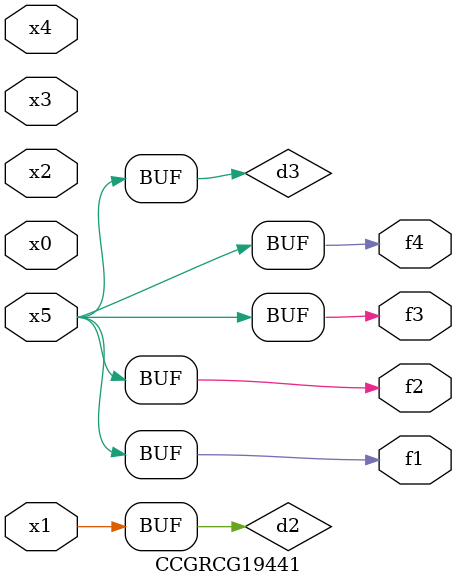
<source format=v>
module CCGRCG19441(
	input x0, x1, x2, x3, x4, x5,
	output f1, f2, f3, f4
);

	wire d1, d2, d3;

	not (d1, x5);
	or (d2, x1);
	xnor (d3, d1);
	assign f1 = d3;
	assign f2 = d3;
	assign f3 = d3;
	assign f4 = d3;
endmodule

</source>
